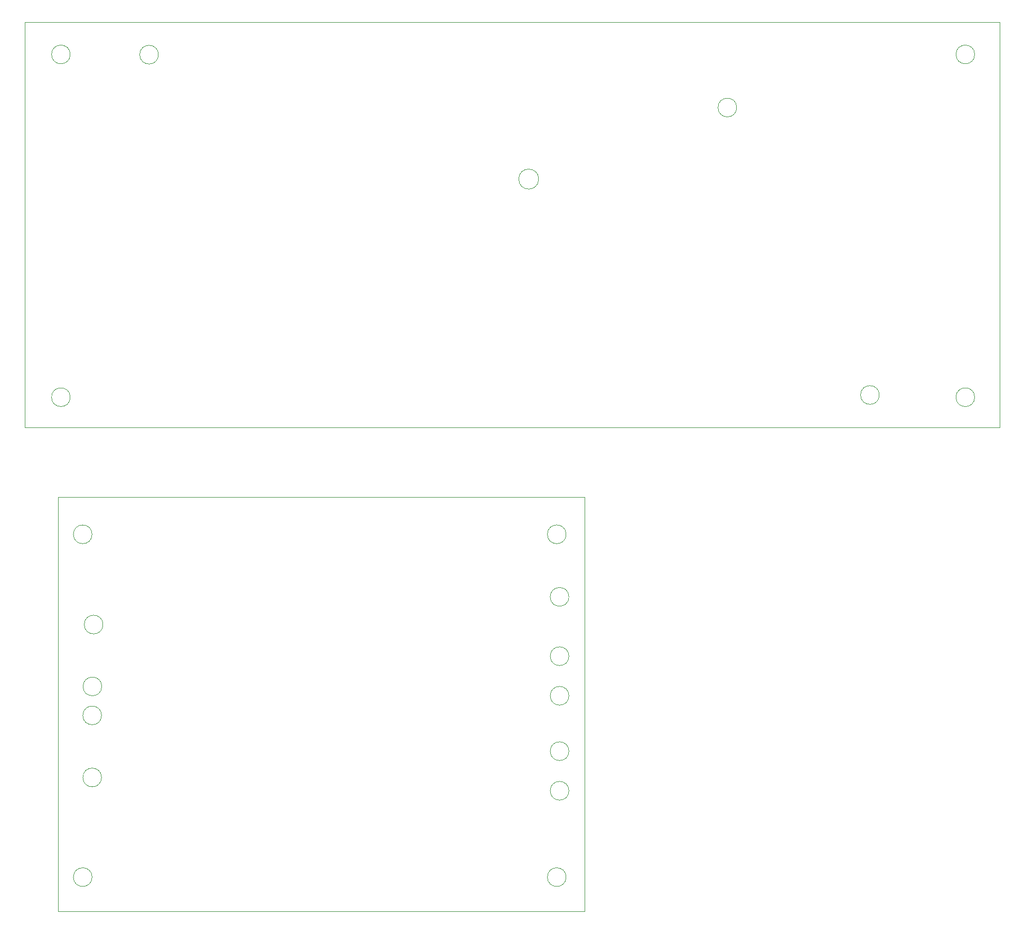
<source format=gbr>
%TF.GenerationSoftware,KiCad,Pcbnew,7.0.1*%
%TF.CreationDate,2024-04-08T23:42:12+02:00*%
%TF.ProjectId,6N6P_hybrid,364e3650-5f68-4796-9272-69642e6b6963,rev?*%
%TF.SameCoordinates,Original*%
%TF.FileFunction,Profile,NP*%
%FSLAX46Y46*%
G04 Gerber Fmt 4.6, Leading zero omitted, Abs format (unit mm)*
G04 Created by KiCad (PCBNEW 7.0.1) date 2024-04-08 23:42:12*
%MOMM*%
%LPD*%
G01*
G04 APERTURE LIST*
%TA.AperFunction,Profile*%
%ADD10C,0.100000*%
%TD*%
G04 APERTURE END LIST*
D10*
X31500000Y-103000000D02*
G75*
G03*
X31500000Y-103000000I-1500000J0D01*
G01*
X103100000Y-46000000D02*
G75*
G03*
X103100000Y-46000000I-1600000J0D01*
G01*
X28000000Y-26000000D02*
G75*
G03*
X28000000Y-26000000I-1500000J0D01*
G01*
X33250000Y-117475000D02*
G75*
G03*
X33250000Y-117475000I-1500000J0D01*
G01*
X107950000Y-144145000D02*
G75*
G03*
X107950000Y-144145000I-1500000J0D01*
G01*
X157710000Y-80645000D02*
G75*
G03*
X157710000Y-80645000I-1500000J0D01*
G01*
X107500000Y-103000000D02*
G75*
G03*
X107500000Y-103000000I-1500000J0D01*
G01*
X173000000Y-81000000D02*
G75*
G03*
X173000000Y-81000000I-1500000J0D01*
G01*
X173000000Y-26000000D02*
G75*
G03*
X173000000Y-26000000I-1500000J0D01*
G01*
X107500000Y-158000000D02*
G75*
G03*
X107500000Y-158000000I-1500000J0D01*
G01*
X20700000Y-20840000D02*
X177000000Y-20840000D01*
X177000000Y-85840000D01*
X20700000Y-85840000D01*
X20700000Y-20840000D01*
X33055000Y-127405000D02*
G75*
G03*
X33055000Y-127405000I-1500000J0D01*
G01*
X28000000Y-81000000D02*
G75*
G03*
X28000000Y-81000000I-1500000J0D01*
G01*
X33020000Y-132056000D02*
G75*
G03*
X33020000Y-132056000I-1500000J0D01*
G01*
X107950000Y-128905000D02*
G75*
G03*
X107950000Y-128905000I-1500000J0D01*
G01*
X26045000Y-97000000D02*
X110490000Y-97000000D01*
X110490000Y-163508000D01*
X26045000Y-163508000D01*
X26045000Y-97000000D01*
X33020000Y-142010000D02*
G75*
G03*
X33020000Y-142010000I-1500000J0D01*
G01*
X107950000Y-137795000D02*
G75*
G03*
X107950000Y-137795000I-1500000J0D01*
G01*
X107950000Y-113030000D02*
G75*
G03*
X107950000Y-113030000I-1500000J0D01*
G01*
X31500000Y-158000000D02*
G75*
G03*
X31500000Y-158000000I-1500000J0D01*
G01*
X42140000Y-26035000D02*
G75*
G03*
X42140000Y-26035000I-1500000J0D01*
G01*
X107950000Y-122555000D02*
G75*
G03*
X107950000Y-122555000I-1500000J0D01*
G01*
X134850000Y-34520000D02*
G75*
G03*
X134850000Y-34520000I-1500000J0D01*
G01*
M02*

</source>
